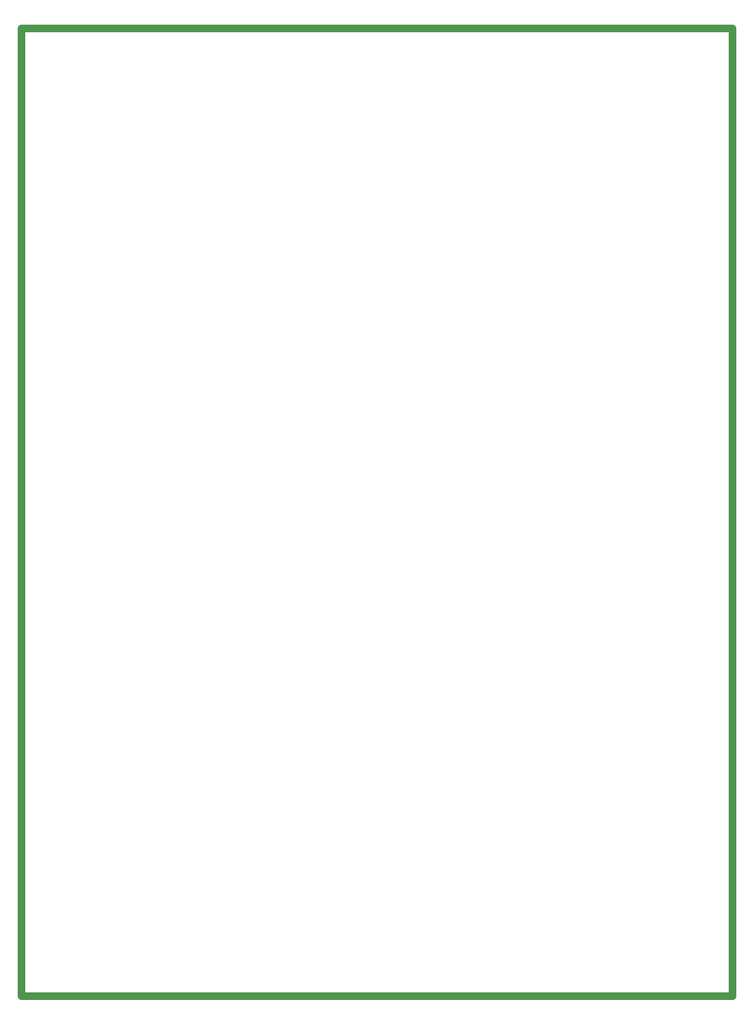
<source format=gm1>
G04 Layer_Color=16711935*
%FSLAX24Y24*%
%MOIN*%
G70*
G01*
G75*
%ADD26C,0.0394*%
G54D26*
X2000Y51000D02*
X39500D01*
Y0D02*
Y51000D01*
X2000Y0D02*
X39500D01*
X2000D02*
Y51000D01*
M02*

</source>
